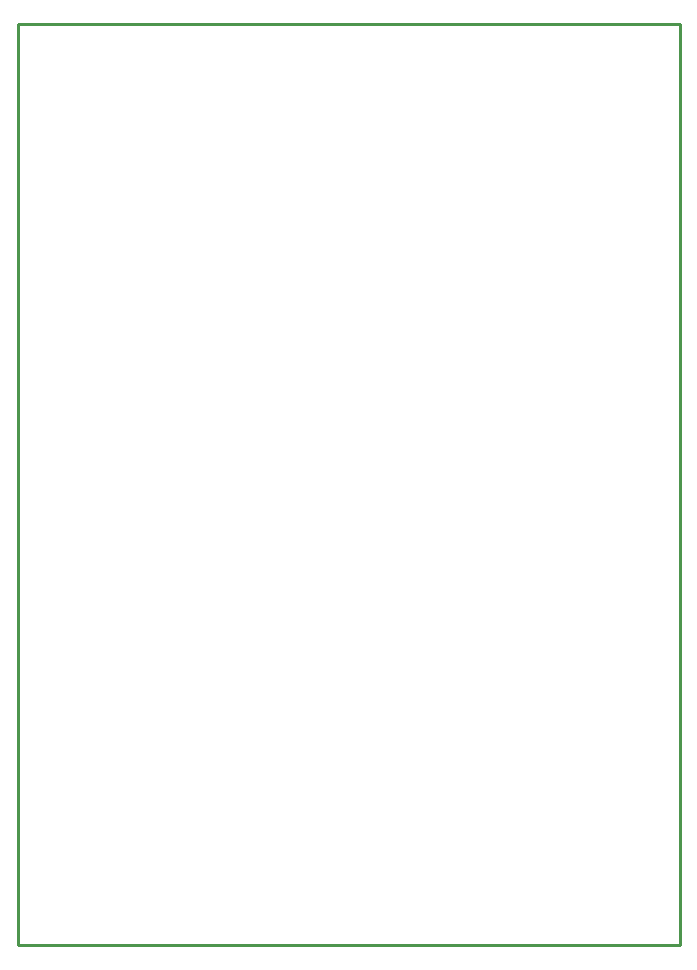
<source format=gko>
G04 Layer: BoardOutlineLayer*
G04 EasyEDA v6.5.47, 2024-09-27 13:25:38*
G04 cb8a5c33274e4434a5d5d060cedbf222,e87ba6ffdfb0417d91de07616a749205,10*
G04 Gerber Generator version 0.2*
G04 Scale: 100 percent, Rotated: No, Reflected: No *
G04 Dimensions in millimeters *
G04 leading zeros omitted , absolute positions ,4 integer and 5 decimal *
%FSLAX45Y45*%
%MOMM*%

%ADD10C,0.2540*%
D10*
X0Y0D02*
G01*
X5599988Y0D01*
X5599988Y-7799984D01*
X0Y-7799984D01*
X0Y0D01*

%LPD*%
M02*

</source>
